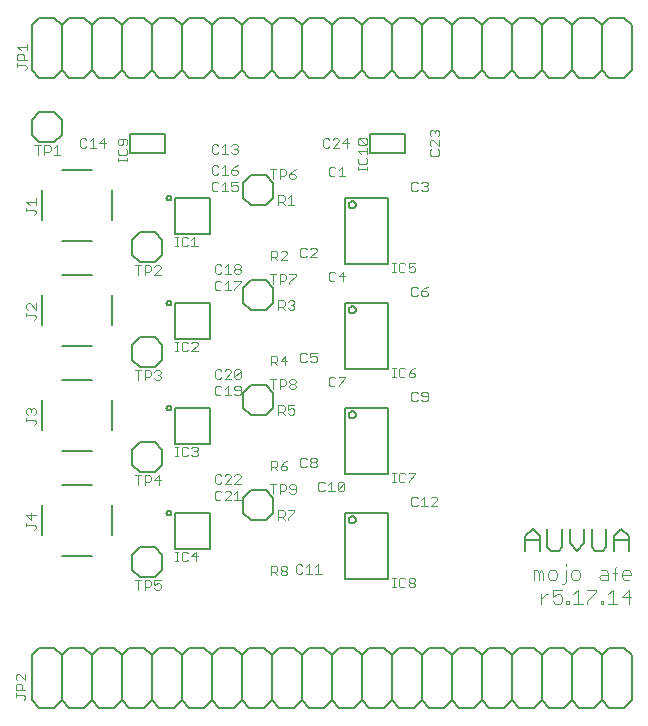
<source format=gto>
G75*
G70*
%OFA0B0*%
%FSLAX24Y24*%
%IPPOS*%
%LPD*%
%AMOC8*
5,1,8,0,0,1.08239X$1,22.5*
%
%ADD10C,0.0060*%
%ADD11C,0.0040*%
%ADD12C,0.0050*%
%ADD13C,0.0030*%
D10*
X001590Y001040D02*
X001590Y002540D01*
X001840Y002790D01*
X002340Y002790D01*
X002590Y002540D01*
X002590Y001040D01*
X002840Y000790D01*
X003340Y000790D01*
X003590Y001040D01*
X003590Y002540D01*
X003840Y002790D01*
X004340Y002790D01*
X004590Y002540D01*
X004590Y001040D01*
X004840Y000790D01*
X005340Y000790D01*
X005590Y001040D01*
X005590Y002540D01*
X005840Y002790D01*
X006340Y002790D01*
X006590Y002540D01*
X006590Y001040D01*
X006840Y000790D01*
X007340Y000790D01*
X007590Y001040D01*
X007590Y002540D01*
X007840Y002790D01*
X008340Y002790D01*
X008590Y002540D01*
X008590Y001040D01*
X008340Y000790D01*
X007840Y000790D01*
X007590Y001040D01*
X008590Y001040D02*
X008840Y000790D01*
X009340Y000790D01*
X009590Y001040D01*
X009590Y002540D01*
X009840Y002790D01*
X010340Y002790D01*
X010590Y002540D01*
X010590Y001040D01*
X010340Y000790D01*
X009840Y000790D01*
X009590Y001040D01*
X010590Y001040D02*
X010840Y000790D01*
X011340Y000790D01*
X011590Y001040D01*
X011590Y002540D01*
X011840Y002790D01*
X012340Y002790D01*
X012590Y002540D01*
X012590Y001040D01*
X012340Y000790D01*
X011840Y000790D01*
X011590Y001040D01*
X012590Y001040D02*
X012840Y000790D01*
X013340Y000790D01*
X013590Y001040D01*
X013590Y002540D01*
X013840Y002790D01*
X014340Y002790D01*
X014590Y002540D01*
X014590Y001040D01*
X014340Y000790D01*
X013840Y000790D01*
X013590Y001040D01*
X014590Y001040D02*
X014840Y000790D01*
X015340Y000790D01*
X015590Y001040D01*
X015590Y002540D01*
X015840Y002790D01*
X016340Y002790D01*
X016590Y002540D01*
X016590Y001040D01*
X016340Y000790D01*
X015840Y000790D01*
X015590Y001040D01*
X016590Y001040D02*
X016840Y000790D01*
X017340Y000790D01*
X017590Y001040D01*
X017590Y002540D01*
X017840Y002790D01*
X018340Y002790D01*
X018590Y002540D01*
X018590Y001040D01*
X018340Y000790D01*
X017840Y000790D01*
X017590Y001040D01*
X018590Y001040D02*
X018840Y000790D01*
X019340Y000790D01*
X019590Y001040D01*
X019590Y002540D01*
X019840Y002790D01*
X020340Y002790D01*
X020590Y002540D01*
X020840Y002790D01*
X021340Y002790D01*
X021590Y002540D01*
X021590Y001040D01*
X021340Y000790D01*
X020840Y000790D01*
X020590Y001040D01*
X020590Y002540D01*
X019590Y002540D02*
X019340Y002790D01*
X018840Y002790D01*
X018590Y002540D01*
X017590Y002540D02*
X017340Y002790D01*
X016840Y002790D01*
X016590Y002540D01*
X015590Y002540D02*
X015340Y002790D01*
X014840Y002790D01*
X014590Y002540D01*
X013590Y002540D02*
X013340Y002790D01*
X012840Y002790D01*
X012590Y002540D01*
X011590Y002540D02*
X011340Y002790D01*
X010840Y002790D01*
X010590Y002540D01*
X009590Y002540D02*
X009340Y002790D01*
X008840Y002790D01*
X008590Y002540D01*
X007590Y002540D02*
X007340Y002790D01*
X006840Y002790D01*
X006590Y002540D01*
X005590Y002540D02*
X005340Y002790D01*
X004840Y002790D01*
X004590Y002540D01*
X003590Y002540D02*
X003340Y002790D01*
X002840Y002790D01*
X002590Y002540D01*
X002590Y001040D02*
X002340Y000790D01*
X001840Y000790D01*
X001590Y001040D01*
X003590Y001040D02*
X003840Y000790D01*
X004340Y000790D01*
X004590Y001040D01*
X005590Y001040D02*
X005840Y000790D01*
X006340Y000790D01*
X006590Y001040D01*
X005690Y005140D02*
X005190Y005140D01*
X004940Y005390D01*
X004940Y005890D01*
X005190Y006140D01*
X005690Y006140D01*
X005940Y005890D01*
X005940Y005390D01*
X005690Y005140D01*
X008640Y007290D02*
X008890Y007040D01*
X009390Y007040D01*
X009640Y007290D01*
X009640Y007790D01*
X009390Y008040D01*
X008890Y008040D01*
X008640Y007790D01*
X008640Y007290D01*
X005940Y008890D02*
X005690Y008640D01*
X005190Y008640D01*
X004940Y008890D01*
X004940Y009390D01*
X005190Y009640D01*
X005690Y009640D01*
X005940Y009390D01*
X005940Y008890D01*
X008640Y010790D02*
X008890Y010540D01*
X009390Y010540D01*
X009640Y010790D01*
X009640Y011290D01*
X009390Y011540D01*
X008890Y011540D01*
X008640Y011290D01*
X008640Y010790D01*
X005940Y012390D02*
X005690Y012140D01*
X005190Y012140D01*
X004940Y012390D01*
X004940Y012890D01*
X005190Y013140D01*
X005690Y013140D01*
X005940Y012890D01*
X005940Y012390D01*
X008640Y014290D02*
X008890Y014040D01*
X009390Y014040D01*
X009640Y014290D01*
X009640Y014790D01*
X009390Y015040D01*
X008890Y015040D01*
X008640Y014790D01*
X008640Y014290D01*
X005940Y015890D02*
X005690Y015640D01*
X005190Y015640D01*
X004940Y015890D01*
X004940Y016390D01*
X005190Y016640D01*
X005690Y016640D01*
X005940Y016390D01*
X005940Y015890D01*
X008640Y017790D02*
X008890Y017540D01*
X009390Y017540D01*
X009640Y017790D01*
X009640Y018290D01*
X009390Y018540D01*
X008890Y018540D01*
X008640Y018290D01*
X008640Y017790D01*
X008840Y021790D02*
X008590Y022040D01*
X008590Y023540D01*
X008840Y023790D01*
X009340Y023790D01*
X009590Y023540D01*
X009590Y022040D01*
X009340Y021790D01*
X008840Y021790D01*
X008590Y022040D02*
X008340Y021790D01*
X007840Y021790D01*
X007590Y022040D01*
X007590Y023540D01*
X007840Y023790D01*
X008340Y023790D01*
X008590Y023540D01*
X007590Y023540D02*
X007340Y023790D01*
X006840Y023790D01*
X006590Y023540D01*
X006590Y022040D01*
X006840Y021790D01*
X007340Y021790D01*
X007590Y022040D01*
X006590Y022040D02*
X006340Y021790D01*
X005840Y021790D01*
X005590Y022040D01*
X005590Y023540D01*
X005840Y023790D01*
X006340Y023790D01*
X006590Y023540D01*
X005590Y023540D02*
X005340Y023790D01*
X004840Y023790D01*
X004590Y023540D01*
X004590Y022040D01*
X004840Y021790D01*
X005340Y021790D01*
X005590Y022040D01*
X004590Y022040D02*
X004340Y021790D01*
X003840Y021790D01*
X003590Y022040D01*
X003590Y023540D01*
X003840Y023790D01*
X004340Y023790D01*
X004590Y023540D01*
X003590Y023540D02*
X003340Y023790D01*
X002840Y023790D01*
X002590Y023540D01*
X002590Y022040D01*
X002840Y021790D01*
X003340Y021790D01*
X003590Y022040D01*
X002590Y022040D02*
X002340Y021790D01*
X001840Y021790D01*
X001590Y022040D01*
X001590Y023540D01*
X001840Y023790D01*
X002340Y023790D01*
X002590Y023540D01*
X002340Y020640D02*
X001840Y020640D01*
X001590Y020390D01*
X001590Y019890D01*
X001840Y019640D01*
X002340Y019640D01*
X002590Y019890D01*
X002590Y020390D01*
X002340Y020640D01*
X009590Y022040D02*
X009840Y021790D01*
X010340Y021790D01*
X010590Y022040D01*
X010590Y023540D01*
X010840Y023790D01*
X011340Y023790D01*
X011590Y023540D01*
X011590Y022040D01*
X011340Y021790D01*
X010840Y021790D01*
X010590Y022040D01*
X011590Y022040D02*
X011840Y021790D01*
X012340Y021790D01*
X012590Y022040D01*
X012590Y023540D01*
X012840Y023790D01*
X013340Y023790D01*
X013590Y023540D01*
X013590Y022040D01*
X013340Y021790D01*
X012840Y021790D01*
X012590Y022040D01*
X013590Y022040D02*
X013840Y021790D01*
X014340Y021790D01*
X014590Y022040D01*
X014590Y023540D01*
X014840Y023790D01*
X015340Y023790D01*
X015590Y023540D01*
X015590Y022040D01*
X015340Y021790D01*
X014840Y021790D01*
X014590Y022040D01*
X015590Y022040D02*
X015840Y021790D01*
X016340Y021790D01*
X016590Y022040D01*
X016590Y023540D01*
X016840Y023790D01*
X017340Y023790D01*
X017590Y023540D01*
X017590Y022040D01*
X017340Y021790D01*
X016840Y021790D01*
X016590Y022040D01*
X017590Y022040D02*
X017840Y021790D01*
X018340Y021790D01*
X018590Y022040D01*
X018590Y023540D01*
X018840Y023790D01*
X019340Y023790D01*
X019590Y023540D01*
X019590Y022040D01*
X019340Y021790D01*
X018840Y021790D01*
X018590Y022040D01*
X019590Y022040D02*
X019840Y021790D01*
X020340Y021790D01*
X020590Y022040D01*
X020840Y021790D01*
X021340Y021790D01*
X021590Y022040D01*
X021590Y023540D01*
X021340Y023790D01*
X020840Y023790D01*
X020590Y023540D01*
X020590Y022040D01*
X020590Y023540D02*
X020340Y023790D01*
X019840Y023790D01*
X019590Y023540D01*
X018590Y023540D02*
X018340Y023790D01*
X017840Y023790D01*
X017590Y023540D01*
X016590Y023540D02*
X016340Y023790D01*
X015840Y023790D01*
X015590Y023540D01*
X014590Y023540D02*
X014340Y023790D01*
X013840Y023790D01*
X013590Y023540D01*
X012590Y023540D02*
X012340Y023790D01*
X011840Y023790D01*
X011590Y023540D01*
X010590Y023540D02*
X010340Y023790D01*
X009840Y023790D01*
X009590Y023540D01*
X018284Y006761D02*
X018531Y006514D01*
X018531Y006020D01*
X018773Y006143D02*
X018897Y006020D01*
X019144Y006020D01*
X019267Y006143D01*
X019267Y006761D01*
X019510Y006761D02*
X019510Y006267D01*
X019757Y006020D01*
X020004Y006267D01*
X020004Y006761D01*
X020247Y006761D02*
X020247Y006143D01*
X020370Y006020D01*
X020617Y006020D01*
X020740Y006143D01*
X020740Y006761D01*
X020983Y006514D02*
X021230Y006761D01*
X021477Y006514D01*
X021477Y006020D01*
X021477Y006390D02*
X020983Y006390D01*
X020983Y006514D02*
X020983Y006020D01*
X018773Y006143D02*
X018773Y006761D01*
X018531Y006390D02*
X018037Y006390D01*
X018037Y006514D02*
X018284Y006761D01*
X018037Y006514D02*
X018037Y006020D01*
X019590Y001040D02*
X019840Y000790D01*
X020340Y000790D01*
X020590Y001040D01*
D11*
X020636Y004260D02*
X020559Y004260D01*
X020559Y004337D01*
X020636Y004337D01*
X020636Y004260D01*
X020789Y004260D02*
X021096Y004260D01*
X020943Y004260D02*
X020943Y004720D01*
X020789Y004567D01*
X020406Y004644D02*
X020099Y004337D01*
X020099Y004260D01*
X019945Y004260D02*
X019638Y004260D01*
X019485Y004260D02*
X019408Y004260D01*
X019408Y004337D01*
X019485Y004337D01*
X019485Y004260D01*
X019255Y004337D02*
X019255Y004490D01*
X019178Y004567D01*
X019101Y004567D01*
X018948Y004490D01*
X018948Y004720D01*
X019255Y004720D01*
X019255Y004907D02*
X019331Y004907D01*
X019408Y004983D01*
X019408Y005367D01*
X019408Y005520D02*
X019408Y005597D01*
X019638Y005367D02*
X019561Y005290D01*
X019561Y005137D01*
X019638Y005060D01*
X019792Y005060D01*
X019868Y005137D01*
X019868Y005290D01*
X019792Y005367D01*
X019638Y005367D01*
X019792Y004720D02*
X019792Y004260D01*
X019638Y004567D02*
X019792Y004720D01*
X020099Y004720D02*
X020406Y004720D01*
X020406Y004644D01*
X020559Y005060D02*
X020482Y005137D01*
X020559Y005213D01*
X020789Y005213D01*
X020789Y005290D02*
X020789Y005060D01*
X020559Y005060D01*
X020559Y005367D02*
X020712Y005367D01*
X020789Y005290D01*
X020943Y005290D02*
X021096Y005290D01*
X021250Y005290D02*
X021250Y005137D01*
X021326Y005060D01*
X021480Y005060D01*
X021557Y005213D02*
X021250Y005213D01*
X021250Y005290D02*
X021326Y005367D01*
X021480Y005367D01*
X021557Y005290D01*
X021557Y005213D01*
X021480Y004720D02*
X021250Y004490D01*
X021557Y004490D01*
X021480Y004260D02*
X021480Y004720D01*
X021019Y005060D02*
X021019Y005444D01*
X021096Y005520D01*
X019255Y004337D02*
X019178Y004260D01*
X019024Y004260D01*
X018948Y004337D01*
X018794Y004567D02*
X018717Y004567D01*
X018564Y004413D01*
X018564Y004260D02*
X018564Y004567D01*
X018641Y005060D02*
X018641Y005290D01*
X018564Y005367D01*
X018487Y005290D01*
X018487Y005060D01*
X018334Y005060D02*
X018334Y005367D01*
X018411Y005367D01*
X018487Y005290D01*
X018794Y005290D02*
X018794Y005137D01*
X018871Y005060D01*
X019024Y005060D01*
X019101Y005137D01*
X019101Y005290D01*
X019024Y005367D01*
X018871Y005367D01*
X018794Y005290D01*
D12*
X013449Y005088D02*
X013449Y007292D01*
X012031Y007292D01*
X012031Y005088D01*
X013449Y005088D01*
X012150Y007056D02*
X012152Y007077D01*
X012158Y007097D01*
X012167Y007117D01*
X012179Y007134D01*
X012194Y007148D01*
X012212Y007160D01*
X012232Y007168D01*
X012252Y007173D01*
X012273Y007174D01*
X012294Y007171D01*
X012314Y007165D01*
X012333Y007154D01*
X012350Y007141D01*
X012363Y007125D01*
X012374Y007107D01*
X012382Y007087D01*
X012386Y007067D01*
X012386Y007045D01*
X012382Y007025D01*
X012374Y007005D01*
X012363Y006987D01*
X012350Y006971D01*
X012333Y006958D01*
X012314Y006947D01*
X012294Y006941D01*
X012273Y006938D01*
X012252Y006939D01*
X012232Y006944D01*
X012212Y006952D01*
X012194Y006964D01*
X012179Y006978D01*
X012167Y006995D01*
X012158Y007015D01*
X012152Y007035D01*
X012150Y007056D01*
X012031Y008588D02*
X013449Y008588D01*
X013449Y010792D01*
X012031Y010792D01*
X012031Y008588D01*
X012150Y010556D02*
X012152Y010577D01*
X012158Y010597D01*
X012167Y010617D01*
X012179Y010634D01*
X012194Y010648D01*
X012212Y010660D01*
X012232Y010668D01*
X012252Y010673D01*
X012273Y010674D01*
X012294Y010671D01*
X012314Y010665D01*
X012333Y010654D01*
X012350Y010641D01*
X012363Y010625D01*
X012374Y010607D01*
X012382Y010587D01*
X012386Y010567D01*
X012386Y010545D01*
X012382Y010525D01*
X012374Y010505D01*
X012363Y010487D01*
X012350Y010471D01*
X012333Y010458D01*
X012314Y010447D01*
X012294Y010441D01*
X012273Y010438D01*
X012252Y010439D01*
X012232Y010444D01*
X012212Y010452D01*
X012194Y010464D01*
X012179Y010478D01*
X012167Y010495D01*
X012158Y010515D01*
X012152Y010535D01*
X012150Y010556D01*
X012031Y012088D02*
X013449Y012088D01*
X013449Y014292D01*
X012031Y014292D01*
X012031Y012088D01*
X012150Y014056D02*
X012152Y014077D01*
X012158Y014097D01*
X012167Y014117D01*
X012179Y014134D01*
X012194Y014148D01*
X012212Y014160D01*
X012232Y014168D01*
X012252Y014173D01*
X012273Y014174D01*
X012294Y014171D01*
X012314Y014165D01*
X012333Y014154D01*
X012350Y014141D01*
X012363Y014125D01*
X012374Y014107D01*
X012382Y014087D01*
X012386Y014067D01*
X012386Y014045D01*
X012382Y014025D01*
X012374Y014005D01*
X012363Y013987D01*
X012350Y013971D01*
X012333Y013958D01*
X012314Y013947D01*
X012294Y013941D01*
X012273Y013938D01*
X012252Y013939D01*
X012232Y013944D01*
X012212Y013952D01*
X012194Y013964D01*
X012179Y013978D01*
X012167Y013995D01*
X012158Y014015D01*
X012152Y014035D01*
X012150Y014056D01*
X012031Y015588D02*
X013449Y015588D01*
X013449Y017792D01*
X012031Y017792D01*
X012031Y015588D01*
X012150Y017556D02*
X012152Y017577D01*
X012158Y017597D01*
X012167Y017617D01*
X012179Y017634D01*
X012194Y017648D01*
X012212Y017660D01*
X012232Y017668D01*
X012252Y017673D01*
X012273Y017674D01*
X012294Y017671D01*
X012314Y017665D01*
X012333Y017654D01*
X012350Y017641D01*
X012363Y017625D01*
X012374Y017607D01*
X012382Y017587D01*
X012386Y017567D01*
X012386Y017545D01*
X012382Y017525D01*
X012374Y017505D01*
X012363Y017487D01*
X012350Y017471D01*
X012333Y017458D01*
X012314Y017447D01*
X012294Y017441D01*
X012273Y017438D01*
X012252Y017439D01*
X012232Y017444D01*
X012212Y017452D01*
X012194Y017464D01*
X012179Y017478D01*
X012167Y017495D01*
X012158Y017515D01*
X012152Y017535D01*
X012150Y017556D01*
X012869Y019275D02*
X012869Y019905D01*
X014011Y019905D01*
X014011Y019275D01*
X012869Y019275D01*
X007531Y017781D02*
X007531Y016599D01*
X006349Y016599D01*
X006349Y017781D01*
X007531Y017781D01*
X006074Y017781D02*
X006076Y017799D01*
X006082Y017815D01*
X006091Y017830D01*
X006104Y017843D01*
X006119Y017852D01*
X006135Y017858D01*
X006153Y017860D01*
X006171Y017858D01*
X006187Y017852D01*
X006202Y017843D01*
X006215Y017830D01*
X006224Y017815D01*
X006230Y017799D01*
X006232Y017781D01*
X006230Y017763D01*
X006224Y017747D01*
X006215Y017732D01*
X006202Y017719D01*
X006187Y017710D01*
X006171Y017704D01*
X006153Y017702D01*
X006135Y017704D01*
X006119Y017710D01*
X006104Y017719D01*
X006091Y017732D01*
X006082Y017747D01*
X006076Y017763D01*
X006074Y017781D01*
X006011Y019275D02*
X004869Y019275D01*
X004869Y019905D01*
X006011Y019905D01*
X006011Y019275D01*
X004270Y018040D02*
X004270Y017040D01*
X003590Y016360D02*
X002590Y016360D01*
X001910Y017040D02*
X001910Y018040D01*
X002590Y018720D02*
X003590Y018720D01*
X003590Y015220D02*
X002590Y015220D01*
X001910Y014540D02*
X001910Y013540D01*
X002590Y012860D02*
X003590Y012860D01*
X004270Y013540D02*
X004270Y014540D01*
X006074Y014281D02*
X006076Y014299D01*
X006082Y014315D01*
X006091Y014330D01*
X006104Y014343D01*
X006119Y014352D01*
X006135Y014358D01*
X006153Y014360D01*
X006171Y014358D01*
X006187Y014352D01*
X006202Y014343D01*
X006215Y014330D01*
X006224Y014315D01*
X006230Y014299D01*
X006232Y014281D01*
X006230Y014263D01*
X006224Y014247D01*
X006215Y014232D01*
X006202Y014219D01*
X006187Y014210D01*
X006171Y014204D01*
X006153Y014202D01*
X006135Y014204D01*
X006119Y014210D01*
X006104Y014219D01*
X006091Y014232D01*
X006082Y014247D01*
X006076Y014263D01*
X006074Y014281D01*
X006349Y014281D02*
X006349Y013099D01*
X007531Y013099D01*
X007531Y014281D01*
X006349Y014281D01*
X003590Y011720D02*
X002590Y011720D01*
X001910Y011040D02*
X001910Y010040D01*
X002590Y009360D02*
X003590Y009360D01*
X004270Y010040D02*
X004270Y011040D01*
X006074Y010781D02*
X006076Y010799D01*
X006082Y010815D01*
X006091Y010830D01*
X006104Y010843D01*
X006119Y010852D01*
X006135Y010858D01*
X006153Y010860D01*
X006171Y010858D01*
X006187Y010852D01*
X006202Y010843D01*
X006215Y010830D01*
X006224Y010815D01*
X006230Y010799D01*
X006232Y010781D01*
X006230Y010763D01*
X006224Y010747D01*
X006215Y010732D01*
X006202Y010719D01*
X006187Y010710D01*
X006171Y010704D01*
X006153Y010702D01*
X006135Y010704D01*
X006119Y010710D01*
X006104Y010719D01*
X006091Y010732D01*
X006082Y010747D01*
X006076Y010763D01*
X006074Y010781D01*
X006349Y010781D02*
X006349Y009599D01*
X007531Y009599D01*
X007531Y010781D01*
X006349Y010781D01*
X003590Y008220D02*
X002590Y008220D01*
X001910Y007540D02*
X001910Y006540D01*
X002590Y005860D02*
X003590Y005860D01*
X004270Y006540D02*
X004270Y007540D01*
X006074Y007281D02*
X006076Y007299D01*
X006082Y007315D01*
X006091Y007330D01*
X006104Y007343D01*
X006119Y007352D01*
X006135Y007358D01*
X006153Y007360D01*
X006171Y007358D01*
X006187Y007352D01*
X006202Y007343D01*
X006215Y007330D01*
X006224Y007315D01*
X006230Y007299D01*
X006232Y007281D01*
X006230Y007263D01*
X006224Y007247D01*
X006215Y007232D01*
X006202Y007219D01*
X006187Y007210D01*
X006171Y007204D01*
X006153Y007202D01*
X006135Y007204D01*
X006119Y007210D01*
X006104Y007219D01*
X006091Y007232D01*
X006082Y007247D01*
X006076Y007263D01*
X006074Y007281D01*
X006349Y007281D02*
X006349Y006099D01*
X007531Y006099D01*
X007531Y007281D01*
X006349Y007281D01*
D13*
X001055Y001269D02*
X001055Y001162D01*
X001055Y001215D02*
X001322Y001215D01*
X001375Y001162D01*
X001375Y001108D01*
X001322Y001055D01*
X001375Y001377D02*
X001055Y001377D01*
X001055Y001537D01*
X001108Y001591D01*
X001215Y001591D01*
X001268Y001537D01*
X001268Y001377D01*
X001375Y001700D02*
X001161Y001913D01*
X001108Y001913D01*
X001055Y001860D01*
X001055Y001753D01*
X001108Y001700D01*
X001375Y001700D02*
X001375Y001913D01*
X005132Y004725D02*
X005132Y005045D01*
X005025Y005045D02*
X005239Y005045D01*
X005347Y005045D02*
X005347Y004725D01*
X005347Y004832D02*
X005507Y004832D01*
X005561Y004885D01*
X005561Y004992D01*
X005507Y005045D01*
X005347Y005045D01*
X005670Y005045D02*
X005670Y004885D01*
X005776Y004939D01*
X005830Y004939D01*
X005883Y004885D01*
X005883Y004778D01*
X005830Y004725D01*
X005723Y004725D01*
X005670Y004778D01*
X005670Y005045D02*
X005883Y005045D01*
X006364Y005674D02*
X006471Y005674D01*
X006418Y005674D02*
X006418Y005995D01*
X006471Y005995D02*
X006364Y005995D01*
X006579Y005941D02*
X006579Y005728D01*
X006633Y005674D01*
X006739Y005674D01*
X006793Y005728D01*
X006902Y005834D02*
X007062Y005995D01*
X007062Y005674D01*
X007115Y005834D02*
X006902Y005834D01*
X006793Y005941D02*
X006739Y005995D01*
X006633Y005995D01*
X006579Y005941D01*
X007743Y007711D02*
X007850Y007711D01*
X007904Y007764D01*
X008012Y007711D02*
X008226Y007924D01*
X008226Y007978D01*
X008172Y008031D01*
X008066Y008031D01*
X008012Y007978D01*
X007904Y007978D02*
X007850Y008031D01*
X007743Y008031D01*
X007690Y007978D01*
X007690Y007764D01*
X007743Y007711D01*
X008012Y007711D02*
X008226Y007711D01*
X008335Y007711D02*
X008548Y007711D01*
X008441Y007711D02*
X008441Y008031D01*
X008335Y007924D01*
X008335Y008261D02*
X008548Y008474D01*
X008548Y008528D01*
X008495Y008581D01*
X008388Y008581D01*
X008335Y008528D01*
X008226Y008528D02*
X008172Y008581D01*
X008066Y008581D01*
X008012Y008528D01*
X007904Y008528D02*
X007850Y008581D01*
X007743Y008581D01*
X007690Y008528D01*
X007690Y008314D01*
X007743Y008261D01*
X007850Y008261D01*
X007904Y008314D01*
X008012Y008261D02*
X008226Y008474D01*
X008226Y008528D01*
X008226Y008261D02*
X008012Y008261D01*
X008335Y008261D02*
X008548Y008261D01*
X009525Y008245D02*
X009739Y008245D01*
X009632Y008245D02*
X009632Y007925D01*
X009847Y007925D02*
X009847Y008245D01*
X010007Y008245D01*
X010061Y008192D01*
X010061Y008085D01*
X010007Y008032D01*
X009847Y008032D01*
X010170Y007978D02*
X010223Y007925D01*
X010330Y007925D01*
X010383Y007978D01*
X010383Y008192D01*
X010330Y008245D01*
X010223Y008245D01*
X010170Y008192D01*
X010170Y008139D01*
X010223Y008085D01*
X010383Y008085D01*
X010341Y007375D02*
X010127Y007375D01*
X010019Y007322D02*
X010019Y007215D01*
X009965Y007162D01*
X009805Y007162D01*
X009912Y007162D02*
X010019Y007055D01*
X010127Y007055D02*
X010127Y007108D01*
X010341Y007322D01*
X010341Y007375D01*
X010019Y007322D02*
X009965Y007375D01*
X009805Y007375D01*
X009805Y007055D01*
X009715Y005525D02*
X009555Y005525D01*
X009555Y005205D01*
X009555Y005312D02*
X009715Y005312D01*
X009769Y005365D01*
X009769Y005472D01*
X009715Y005525D01*
X009877Y005472D02*
X009877Y005419D01*
X009931Y005365D01*
X010037Y005365D01*
X010091Y005312D01*
X010091Y005258D01*
X010037Y005205D01*
X009931Y005205D01*
X009877Y005258D01*
X009877Y005312D01*
X009931Y005365D01*
X010037Y005365D02*
X010091Y005419D01*
X010091Y005472D01*
X010037Y005525D01*
X009931Y005525D01*
X009877Y005472D01*
X009662Y005312D02*
X009769Y005205D01*
X010390Y005314D02*
X010443Y005261D01*
X010550Y005261D01*
X010604Y005314D01*
X010712Y005261D02*
X010926Y005261D01*
X010819Y005261D02*
X010819Y005581D01*
X010712Y005474D01*
X010604Y005528D02*
X010550Y005581D01*
X010443Y005581D01*
X010390Y005528D01*
X010390Y005314D01*
X011035Y005261D02*
X011248Y005261D01*
X011141Y005261D02*
X011141Y005581D01*
X011035Y005474D01*
X011193Y008011D02*
X011140Y008064D01*
X011140Y008278D01*
X011193Y008331D01*
X011300Y008331D01*
X011354Y008278D01*
X011462Y008224D02*
X011569Y008331D01*
X011569Y008011D01*
X011462Y008011D02*
X011676Y008011D01*
X011785Y008064D02*
X011998Y008278D01*
X011998Y008064D01*
X011945Y008011D01*
X011838Y008011D01*
X011785Y008064D01*
X011785Y008278D01*
X011838Y008331D01*
X011945Y008331D01*
X011998Y008278D01*
X011354Y008064D02*
X011300Y008011D01*
X011193Y008011D01*
X011022Y008811D02*
X010916Y008811D01*
X010862Y008864D01*
X010862Y008918D01*
X010916Y008971D01*
X011022Y008971D01*
X011076Y008918D01*
X011076Y008864D01*
X011022Y008811D01*
X011022Y008971D02*
X011076Y009024D01*
X011076Y009078D01*
X011022Y009131D01*
X010916Y009131D01*
X010862Y009078D01*
X010862Y009024D01*
X010916Y008971D01*
X010754Y008864D02*
X010700Y008811D01*
X010593Y008811D01*
X010540Y008864D01*
X010540Y009078D01*
X010593Y009131D01*
X010700Y009131D01*
X010754Y009078D01*
X010091Y009025D02*
X009984Y008972D01*
X009877Y008865D01*
X010037Y008865D01*
X010091Y008812D01*
X010091Y008758D01*
X010037Y008705D01*
X009931Y008705D01*
X009877Y008758D01*
X009877Y008865D01*
X009769Y008865D02*
X009715Y008812D01*
X009555Y008812D01*
X009662Y008812D02*
X009769Y008705D01*
X009769Y008865D02*
X009769Y008972D01*
X009715Y009025D01*
X009555Y009025D01*
X009555Y008705D01*
X009805Y010555D02*
X009805Y010875D01*
X009965Y010875D01*
X010019Y010822D01*
X010019Y010715D01*
X009965Y010662D01*
X009805Y010662D01*
X009912Y010662D02*
X010019Y010555D01*
X010127Y010608D02*
X010181Y010555D01*
X010287Y010555D01*
X010341Y010608D01*
X010341Y010715D01*
X010287Y010769D01*
X010234Y010769D01*
X010127Y010715D01*
X010127Y010875D01*
X010341Y010875D01*
X010330Y011425D02*
X010223Y011425D01*
X010170Y011478D01*
X010170Y011532D01*
X010223Y011585D01*
X010330Y011585D01*
X010383Y011532D01*
X010383Y011478D01*
X010330Y011425D01*
X010330Y011585D02*
X010383Y011639D01*
X010383Y011692D01*
X010330Y011745D01*
X010223Y011745D01*
X010170Y011692D01*
X010170Y011639D01*
X010223Y011585D01*
X010061Y011585D02*
X010007Y011532D01*
X009847Y011532D01*
X009847Y011425D02*
X009847Y011745D01*
X010007Y011745D01*
X010061Y011692D01*
X010061Y011585D01*
X009739Y011745D02*
X009525Y011745D01*
X009632Y011745D02*
X009632Y011425D01*
X009555Y012205D02*
X009555Y012525D01*
X009715Y012525D01*
X009769Y012472D01*
X009769Y012365D01*
X009715Y012312D01*
X009555Y012312D01*
X009662Y012312D02*
X009769Y012205D01*
X009877Y012365D02*
X010091Y012365D01*
X010037Y012205D02*
X010037Y012525D01*
X009877Y012365D01*
X010540Y012364D02*
X010593Y012311D01*
X010700Y012311D01*
X010754Y012364D01*
X010862Y012364D02*
X010916Y012311D01*
X011022Y012311D01*
X011076Y012364D01*
X011076Y012471D01*
X011022Y012524D01*
X010969Y012524D01*
X010862Y012471D01*
X010862Y012631D01*
X011076Y012631D01*
X010754Y012578D02*
X010700Y012631D01*
X010593Y012631D01*
X010540Y012578D01*
X010540Y012364D01*
X011490Y011778D02*
X011490Y011564D01*
X011543Y011511D01*
X011650Y011511D01*
X011704Y011564D01*
X011812Y011564D02*
X011812Y011511D01*
X011812Y011564D02*
X012026Y011778D01*
X012026Y011831D01*
X011812Y011831D01*
X011704Y011778D02*
X011650Y011831D01*
X011543Y011831D01*
X011490Y011778D01*
X013605Y011805D02*
X013712Y011805D01*
X013658Y011805D02*
X013658Y012125D01*
X013605Y012125D02*
X013712Y012125D01*
X013820Y012072D02*
X013820Y011858D01*
X013873Y011805D01*
X013980Y011805D01*
X014033Y011858D01*
X014142Y011858D02*
X014196Y011805D01*
X014302Y011805D01*
X014356Y011858D01*
X014356Y011912D01*
X014302Y011965D01*
X014142Y011965D01*
X014142Y011858D01*
X014142Y011965D02*
X014249Y012072D01*
X014356Y012125D01*
X014033Y012072D02*
X013980Y012125D01*
X013873Y012125D01*
X013820Y012072D01*
X014293Y011331D02*
X014240Y011278D01*
X014240Y011064D01*
X014293Y011011D01*
X014400Y011011D01*
X014454Y011064D01*
X014562Y011064D02*
X014616Y011011D01*
X014722Y011011D01*
X014776Y011064D01*
X014776Y011278D01*
X014722Y011331D01*
X014616Y011331D01*
X014562Y011278D01*
X014562Y011224D01*
X014616Y011171D01*
X014776Y011171D01*
X014454Y011278D02*
X014400Y011331D01*
X014293Y011331D01*
X014356Y008625D02*
X014142Y008625D01*
X014033Y008572D02*
X013980Y008625D01*
X013873Y008625D01*
X013820Y008572D01*
X013820Y008358D01*
X013873Y008305D01*
X013980Y008305D01*
X014033Y008358D01*
X014142Y008358D02*
X014142Y008305D01*
X014142Y008358D02*
X014356Y008572D01*
X014356Y008625D01*
X013712Y008625D02*
X013605Y008625D01*
X013658Y008625D02*
X013658Y008305D01*
X013605Y008305D02*
X013712Y008305D01*
X014240Y007778D02*
X014240Y007564D01*
X014293Y007511D01*
X014400Y007511D01*
X014454Y007564D01*
X014562Y007511D02*
X014776Y007511D01*
X014669Y007511D02*
X014669Y007831D01*
X014562Y007724D01*
X014454Y007778D02*
X014400Y007831D01*
X014293Y007831D01*
X014240Y007778D01*
X014885Y007778D02*
X014938Y007831D01*
X015045Y007831D01*
X015098Y007778D01*
X015098Y007724D01*
X014885Y007511D01*
X015098Y007511D01*
X014302Y005125D02*
X014356Y005072D01*
X014356Y005019D01*
X014302Y004965D01*
X014196Y004965D01*
X014142Y005019D01*
X014142Y005072D01*
X014196Y005125D01*
X014302Y005125D01*
X014302Y004965D02*
X014356Y004912D01*
X014356Y004858D01*
X014302Y004805D01*
X014196Y004805D01*
X014142Y004858D01*
X014142Y004912D01*
X014196Y004965D01*
X014033Y004858D02*
X013980Y004805D01*
X013873Y004805D01*
X013820Y004858D01*
X013820Y005072D01*
X013873Y005125D01*
X013980Y005125D01*
X014033Y005072D01*
X013712Y005125D02*
X013605Y005125D01*
X013658Y005125D02*
X013658Y004805D01*
X013605Y004805D02*
X013712Y004805D01*
X008495Y011211D02*
X008388Y011211D01*
X008335Y011264D01*
X008388Y011371D02*
X008548Y011371D01*
X008548Y011264D02*
X008548Y011478D01*
X008495Y011531D01*
X008388Y011531D01*
X008335Y011478D01*
X008335Y011424D01*
X008388Y011371D01*
X008495Y011211D02*
X008548Y011264D01*
X008226Y011211D02*
X008012Y011211D01*
X008119Y011211D02*
X008119Y011531D01*
X008012Y011424D01*
X007904Y011478D02*
X007850Y011531D01*
X007743Y011531D01*
X007690Y011478D01*
X007690Y011264D01*
X007743Y011211D01*
X007850Y011211D01*
X007904Y011264D01*
X007850Y011761D02*
X007743Y011761D01*
X007690Y011814D01*
X007690Y012028D01*
X007743Y012081D01*
X007850Y012081D01*
X007904Y012028D01*
X008012Y012028D02*
X008066Y012081D01*
X008172Y012081D01*
X008226Y012028D01*
X008226Y011974D01*
X008012Y011761D01*
X008226Y011761D01*
X008335Y011814D02*
X008388Y011761D01*
X008495Y011761D01*
X008548Y011814D01*
X008548Y012028D01*
X008335Y011814D01*
X008335Y012028D01*
X008388Y012081D01*
X008495Y012081D01*
X008548Y012028D01*
X007904Y011814D02*
X007850Y011761D01*
X007115Y012674D02*
X006902Y012674D01*
X007115Y012888D01*
X007115Y012941D01*
X007062Y012995D01*
X006955Y012995D01*
X006902Y012941D01*
X006793Y012941D02*
X006739Y012995D01*
X006633Y012995D01*
X006579Y012941D01*
X006579Y012728D01*
X006633Y012674D01*
X006739Y012674D01*
X006793Y012728D01*
X006471Y012674D02*
X006364Y012674D01*
X006418Y012674D02*
X006418Y012995D01*
X006471Y012995D02*
X006364Y012995D01*
X005830Y012045D02*
X005883Y011992D01*
X005883Y011939D01*
X005830Y011885D01*
X005883Y011832D01*
X005883Y011778D01*
X005830Y011725D01*
X005723Y011725D01*
X005670Y011778D01*
X005776Y011885D02*
X005830Y011885D01*
X005830Y012045D02*
X005723Y012045D01*
X005670Y011992D01*
X005561Y011992D02*
X005561Y011885D01*
X005507Y011832D01*
X005347Y011832D01*
X005347Y011725D02*
X005347Y012045D01*
X005507Y012045D01*
X005561Y011992D01*
X005239Y012045D02*
X005025Y012045D01*
X005132Y012045D02*
X005132Y011725D01*
X006364Y009495D02*
X006471Y009495D01*
X006418Y009495D02*
X006418Y009174D01*
X006471Y009174D02*
X006364Y009174D01*
X006579Y009228D02*
X006579Y009441D01*
X006633Y009495D01*
X006739Y009495D01*
X006793Y009441D01*
X006902Y009441D02*
X006955Y009495D01*
X007062Y009495D01*
X007115Y009441D01*
X007115Y009388D01*
X007062Y009334D01*
X007115Y009281D01*
X007115Y009228D01*
X007062Y009174D01*
X006955Y009174D01*
X006902Y009228D01*
X006793Y009228D02*
X006739Y009174D01*
X006633Y009174D01*
X006579Y009228D01*
X007008Y009334D02*
X007062Y009334D01*
X005830Y008545D02*
X005830Y008225D01*
X005883Y008385D02*
X005670Y008385D01*
X005830Y008545D01*
X005561Y008492D02*
X005561Y008385D01*
X005507Y008332D01*
X005347Y008332D01*
X005347Y008225D02*
X005347Y008545D01*
X005507Y008545D01*
X005561Y008492D01*
X005239Y008545D02*
X005025Y008545D01*
X005132Y008545D02*
X005132Y008225D01*
X001725Y007215D02*
X001405Y007215D01*
X001565Y007055D01*
X001565Y007269D01*
X001405Y006946D02*
X001405Y006839D01*
X001405Y006893D02*
X001672Y006893D01*
X001725Y006839D01*
X001725Y006786D01*
X001672Y006733D01*
X001672Y010233D02*
X001725Y010286D01*
X001725Y010339D01*
X001672Y010393D01*
X001405Y010393D01*
X001405Y010446D02*
X001405Y010339D01*
X001458Y010555D02*
X001405Y010608D01*
X001405Y010715D01*
X001458Y010769D01*
X001511Y010769D01*
X001565Y010715D01*
X001618Y010769D01*
X001672Y010769D01*
X001725Y010715D01*
X001725Y010608D01*
X001672Y010555D01*
X001565Y010662D02*
X001565Y010715D01*
X001672Y013733D02*
X001725Y013786D01*
X001725Y013839D01*
X001672Y013893D01*
X001405Y013893D01*
X001405Y013946D02*
X001405Y013839D01*
X001458Y014055D02*
X001405Y014108D01*
X001405Y014215D01*
X001458Y014269D01*
X001511Y014269D01*
X001725Y014055D01*
X001725Y014269D01*
X001672Y017233D02*
X001725Y017286D01*
X001725Y017339D01*
X001672Y017393D01*
X001405Y017393D01*
X001405Y017446D02*
X001405Y017339D01*
X001511Y017555D02*
X001405Y017662D01*
X001725Y017662D01*
X001725Y017555D02*
X001725Y017769D01*
X001782Y019225D02*
X001782Y019545D01*
X001675Y019545D02*
X001889Y019545D01*
X001997Y019545D02*
X002157Y019545D01*
X002211Y019492D01*
X002211Y019385D01*
X002157Y019332D01*
X001997Y019332D01*
X001997Y019225D02*
X001997Y019545D01*
X002320Y019439D02*
X002426Y019545D01*
X002426Y019225D01*
X002320Y019225D02*
X002533Y019225D01*
X003190Y019514D02*
X003190Y019728D01*
X003243Y019781D01*
X003350Y019781D01*
X003404Y019728D01*
X003512Y019674D02*
X003619Y019781D01*
X003619Y019461D01*
X003512Y019461D02*
X003726Y019461D01*
X003835Y019621D02*
X004048Y019621D01*
X003995Y019461D02*
X003995Y019781D01*
X003835Y019621D01*
X003404Y019514D02*
X003350Y019461D01*
X003243Y019461D01*
X003190Y019514D01*
X004455Y019596D02*
X004508Y019542D01*
X004561Y019542D01*
X004615Y019596D01*
X004615Y019756D01*
X004722Y019756D02*
X004508Y019756D01*
X004455Y019702D01*
X004455Y019596D01*
X004508Y019433D02*
X004455Y019380D01*
X004455Y019273D01*
X004508Y019220D01*
X004722Y019220D01*
X004775Y019273D01*
X004775Y019380D01*
X004722Y019433D01*
X004722Y019542D02*
X004775Y019596D01*
X004775Y019702D01*
X004722Y019756D01*
X004775Y019112D02*
X004775Y019005D01*
X004775Y019058D02*
X004455Y019058D01*
X004455Y019005D02*
X004455Y019112D01*
X006364Y016495D02*
X006471Y016495D01*
X006418Y016495D02*
X006418Y016174D01*
X006471Y016174D02*
X006364Y016174D01*
X006579Y016228D02*
X006633Y016174D01*
X006739Y016174D01*
X006793Y016228D01*
X006902Y016174D02*
X007115Y016174D01*
X007008Y016174D02*
X007008Y016495D01*
X006902Y016388D01*
X006793Y016441D02*
X006739Y016495D01*
X006633Y016495D01*
X006579Y016441D01*
X006579Y016228D01*
X005883Y015492D02*
X005830Y015545D01*
X005723Y015545D01*
X005670Y015492D01*
X005561Y015492D02*
X005561Y015385D01*
X005507Y015332D01*
X005347Y015332D01*
X005347Y015225D02*
X005347Y015545D01*
X005507Y015545D01*
X005561Y015492D01*
X005670Y015225D02*
X005883Y015439D01*
X005883Y015492D01*
X005883Y015225D02*
X005670Y015225D01*
X005239Y015545D02*
X005025Y015545D01*
X005132Y015545D02*
X005132Y015225D01*
X007690Y015314D02*
X007743Y015261D01*
X007850Y015261D01*
X007904Y015314D01*
X008012Y015261D02*
X008226Y015261D01*
X008119Y015261D02*
X008119Y015581D01*
X008012Y015474D01*
X007904Y015528D02*
X007850Y015581D01*
X007743Y015581D01*
X007690Y015528D01*
X007690Y015314D01*
X007743Y015031D02*
X007690Y014978D01*
X007690Y014764D01*
X007743Y014711D01*
X007850Y014711D01*
X007904Y014764D01*
X008012Y014711D02*
X008226Y014711D01*
X008119Y014711D02*
X008119Y015031D01*
X008012Y014924D01*
X007904Y014978D02*
X007850Y015031D01*
X007743Y015031D01*
X008335Y015031D02*
X008548Y015031D01*
X008548Y014978D01*
X008335Y014764D01*
X008335Y014711D01*
X008388Y015261D02*
X008335Y015314D01*
X008335Y015368D01*
X008388Y015421D01*
X008495Y015421D01*
X008548Y015368D01*
X008548Y015314D01*
X008495Y015261D01*
X008388Y015261D01*
X008388Y015421D02*
X008335Y015474D01*
X008335Y015528D01*
X008388Y015581D01*
X008495Y015581D01*
X008548Y015528D01*
X008548Y015474D01*
X008495Y015421D01*
X009525Y015245D02*
X009739Y015245D01*
X009632Y015245D02*
X009632Y014925D01*
X009847Y014925D02*
X009847Y015245D01*
X010007Y015245D01*
X010061Y015192D01*
X010061Y015085D01*
X010007Y015032D01*
X009847Y015032D01*
X010170Y014978D02*
X010170Y014925D01*
X010170Y014978D02*
X010383Y015192D01*
X010383Y015245D01*
X010170Y015245D01*
X010091Y015705D02*
X009877Y015705D01*
X010091Y015919D01*
X010091Y015972D01*
X010037Y016025D01*
X009931Y016025D01*
X009877Y015972D01*
X009769Y015972D02*
X009769Y015865D01*
X009715Y015812D01*
X009555Y015812D01*
X009662Y015812D02*
X009769Y015705D01*
X009555Y015705D02*
X009555Y016025D01*
X009715Y016025D01*
X009769Y015972D01*
X010540Y016078D02*
X010540Y015864D01*
X010593Y015811D01*
X010700Y015811D01*
X010754Y015864D01*
X010862Y015811D02*
X011076Y016024D01*
X011076Y016078D01*
X011022Y016131D01*
X010916Y016131D01*
X010862Y016078D01*
X010754Y016078D02*
X010700Y016131D01*
X010593Y016131D01*
X010540Y016078D01*
X010862Y015811D02*
X011076Y015811D01*
X011543Y015331D02*
X011490Y015278D01*
X011490Y015064D01*
X011543Y015011D01*
X011650Y015011D01*
X011704Y015064D01*
X011812Y015171D02*
X012026Y015171D01*
X011972Y015011D02*
X011972Y015331D01*
X011812Y015171D01*
X011704Y015278D02*
X011650Y015331D01*
X011543Y015331D01*
X010341Y014322D02*
X010341Y014269D01*
X010287Y014215D01*
X010341Y014162D01*
X010341Y014108D01*
X010287Y014055D01*
X010181Y014055D01*
X010127Y014108D01*
X010019Y014055D02*
X009912Y014162D01*
X009965Y014162D02*
X009805Y014162D01*
X009805Y014055D02*
X009805Y014375D01*
X009965Y014375D01*
X010019Y014322D01*
X010019Y014215D01*
X009965Y014162D01*
X010127Y014322D02*
X010181Y014375D01*
X010287Y014375D01*
X010341Y014322D01*
X010287Y014215D02*
X010234Y014215D01*
X010234Y017555D02*
X010234Y017875D01*
X010127Y017769D01*
X010019Y017822D02*
X010019Y017715D01*
X009965Y017662D01*
X009805Y017662D01*
X009912Y017662D02*
X010019Y017555D01*
X010127Y017555D02*
X010341Y017555D01*
X010019Y017822D02*
X009965Y017875D01*
X009805Y017875D01*
X009805Y017555D01*
X009847Y018425D02*
X009847Y018745D01*
X010007Y018745D01*
X010061Y018692D01*
X010061Y018585D01*
X010007Y018532D01*
X009847Y018532D01*
X009739Y018745D02*
X009525Y018745D01*
X009632Y018745D02*
X009632Y018425D01*
X010170Y018478D02*
X010223Y018425D01*
X010330Y018425D01*
X010383Y018478D01*
X010383Y018532D01*
X010330Y018585D01*
X010170Y018585D01*
X010170Y018478D01*
X010170Y018585D02*
X010276Y018692D01*
X010383Y018745D01*
X011290Y019514D02*
X011290Y019728D01*
X011343Y019781D01*
X011450Y019781D01*
X011504Y019728D01*
X011612Y019728D02*
X011666Y019781D01*
X011772Y019781D01*
X011826Y019728D01*
X011826Y019674D01*
X011612Y019461D01*
X011826Y019461D01*
X011935Y019621D02*
X012095Y019781D01*
X012095Y019461D01*
X012148Y019621D02*
X011935Y019621D01*
X011504Y019514D02*
X011450Y019461D01*
X011343Y019461D01*
X011290Y019514D01*
X011543Y018831D02*
X011490Y018778D01*
X011490Y018564D01*
X011543Y018511D01*
X011650Y018511D01*
X011704Y018564D01*
X011812Y018511D02*
X012026Y018511D01*
X011919Y018511D02*
X011919Y018831D01*
X011812Y018724D01*
X011704Y018778D02*
X011650Y018831D01*
X011543Y018831D01*
X012455Y018812D02*
X012455Y018705D01*
X012455Y018758D02*
X012775Y018758D01*
X012775Y018705D02*
X012775Y018812D01*
X012722Y018920D02*
X012508Y018920D01*
X012455Y018973D01*
X012455Y019080D01*
X012508Y019133D01*
X012561Y019242D02*
X012455Y019349D01*
X012775Y019349D01*
X012775Y019242D02*
X012775Y019456D01*
X012722Y019564D02*
X012508Y019778D01*
X012722Y019778D01*
X012775Y019725D01*
X012775Y019618D01*
X012722Y019564D01*
X012508Y019564D01*
X012455Y019618D01*
X012455Y019725D01*
X012508Y019778D01*
X012722Y019133D02*
X012775Y019080D01*
X012775Y018973D01*
X012722Y018920D01*
X014240Y018278D02*
X014240Y018064D01*
X014293Y018011D01*
X014400Y018011D01*
X014454Y018064D01*
X014562Y018064D02*
X014616Y018011D01*
X014722Y018011D01*
X014776Y018064D01*
X014776Y018118D01*
X014722Y018171D01*
X014669Y018171D01*
X014722Y018171D02*
X014776Y018224D01*
X014776Y018278D01*
X014722Y018331D01*
X014616Y018331D01*
X014562Y018278D01*
X014454Y018278D02*
X014400Y018331D01*
X014293Y018331D01*
X014240Y018278D01*
X014902Y019190D02*
X015116Y019190D01*
X015169Y019243D01*
X015169Y019350D01*
X015116Y019404D01*
X015169Y019512D02*
X014956Y019726D01*
X014902Y019726D01*
X014849Y019672D01*
X014849Y019566D01*
X014902Y019512D01*
X014902Y019404D02*
X014849Y019350D01*
X014849Y019243D01*
X014902Y019190D01*
X015169Y019512D02*
X015169Y019726D01*
X015116Y019835D02*
X015169Y019888D01*
X015169Y019995D01*
X015116Y020048D01*
X015062Y020048D01*
X015009Y019995D01*
X015009Y019941D01*
X015009Y019995D02*
X014956Y020048D01*
X014902Y020048D01*
X014849Y019995D01*
X014849Y019888D01*
X014902Y019835D01*
X014356Y015625D02*
X014142Y015625D01*
X014142Y015465D01*
X014249Y015519D01*
X014302Y015519D01*
X014356Y015465D01*
X014356Y015358D01*
X014302Y015305D01*
X014196Y015305D01*
X014142Y015358D01*
X014033Y015358D02*
X013980Y015305D01*
X013873Y015305D01*
X013820Y015358D01*
X013820Y015572D01*
X013873Y015625D01*
X013980Y015625D01*
X014033Y015572D01*
X013712Y015625D02*
X013605Y015625D01*
X013658Y015625D02*
X013658Y015305D01*
X013605Y015305D02*
X013712Y015305D01*
X014240Y014778D02*
X014240Y014564D01*
X014293Y014511D01*
X014400Y014511D01*
X014454Y014564D01*
X014562Y014564D02*
X014616Y014511D01*
X014722Y014511D01*
X014776Y014564D01*
X014776Y014618D01*
X014722Y014671D01*
X014562Y014671D01*
X014562Y014564D01*
X014562Y014671D02*
X014669Y014778D01*
X014776Y014831D01*
X014454Y014778D02*
X014400Y014831D01*
X014293Y014831D01*
X014240Y014778D01*
X008448Y018064D02*
X008395Y018011D01*
X008288Y018011D01*
X008235Y018064D01*
X008235Y018171D02*
X008341Y018224D01*
X008395Y018224D01*
X008448Y018171D01*
X008448Y018064D01*
X008235Y018171D02*
X008235Y018331D01*
X008448Y018331D01*
X008395Y018561D02*
X008448Y018614D01*
X008448Y018668D01*
X008395Y018721D01*
X008235Y018721D01*
X008235Y018614D01*
X008288Y018561D01*
X008395Y018561D01*
X008235Y018721D02*
X008341Y018828D01*
X008448Y018881D01*
X008395Y019261D02*
X008288Y019261D01*
X008235Y019314D01*
X008126Y019261D02*
X007912Y019261D01*
X008019Y019261D02*
X008019Y019581D01*
X007912Y019474D01*
X007804Y019528D02*
X007750Y019581D01*
X007643Y019581D01*
X007590Y019528D01*
X007590Y019314D01*
X007643Y019261D01*
X007750Y019261D01*
X007804Y019314D01*
X007750Y018881D02*
X007643Y018881D01*
X007590Y018828D01*
X007590Y018614D01*
X007643Y018561D01*
X007750Y018561D01*
X007804Y018614D01*
X007912Y018561D02*
X008126Y018561D01*
X008019Y018561D02*
X008019Y018881D01*
X007912Y018774D01*
X007804Y018828D02*
X007750Y018881D01*
X007750Y018331D02*
X007643Y018331D01*
X007590Y018278D01*
X007590Y018064D01*
X007643Y018011D01*
X007750Y018011D01*
X007804Y018064D01*
X007912Y018011D02*
X008126Y018011D01*
X008019Y018011D02*
X008019Y018331D01*
X007912Y018224D01*
X007804Y018278D02*
X007750Y018331D01*
X008395Y019261D02*
X008448Y019314D01*
X008448Y019368D01*
X008395Y019421D01*
X008341Y019421D01*
X008395Y019421D02*
X008448Y019474D01*
X008448Y019528D01*
X008395Y019581D01*
X008288Y019581D01*
X008235Y019528D01*
X001425Y022108D02*
X001372Y022055D01*
X001425Y022108D02*
X001425Y022162D01*
X001372Y022215D01*
X001105Y022215D01*
X001105Y022162D02*
X001105Y022269D01*
X001105Y022377D02*
X001105Y022537D01*
X001158Y022591D01*
X001265Y022591D01*
X001318Y022537D01*
X001318Y022377D01*
X001425Y022377D02*
X001105Y022377D01*
X001211Y022700D02*
X001105Y022806D01*
X001425Y022806D01*
X001425Y022700D02*
X001425Y022913D01*
M02*

</source>
